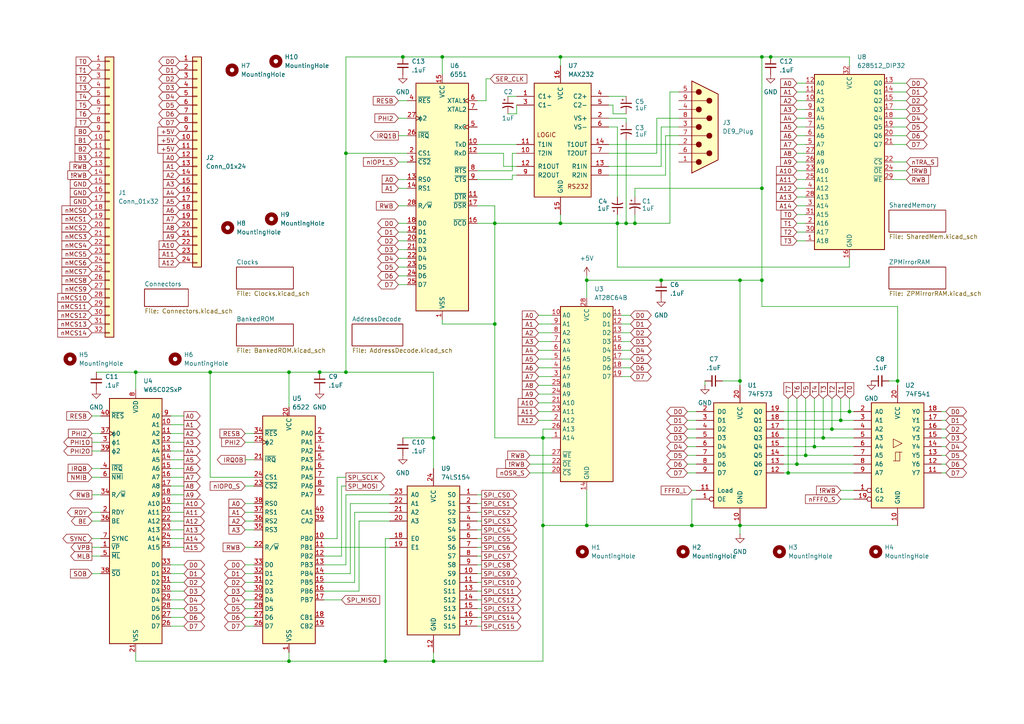
<source format=kicad_sch>
(kicad_sch (version 20231120) (generator "eeschema") (generator_version "8.0")
  (paper "A4")
  (junction (at 243.84 121.92))
  (junction (at 83.82 191.77))
  (junction (at 92.71 107.95))
  (junction (at 238.76 127))
  (junction (at 60.96 107.95))
  (junction (at 83.82 107.95))
  (junction (at 179.07 64.77))
  (junction (at 162.56 64.77))
  (junction (at 157.48 127))
  (junction (at 116.84 16.51))
  (junction (at 100.33 107.95))
  (junction (at 170.18 152.4))
  (junction (at 236.22 129.54))
  (junction (at 233.68 132.08))
  (junction (at 143.51 64.77))
  (junction (at 143.51 93.98))
  (junction (at 157.48 152.4))
  (junction (at 125.73 127))
  (junction (at 128.27 16.51))
  (junction (at 100.33 44.45))
  (junction (at 231.14 134.62))
  (junction (at 162.56 16.51))
  (junction (at 191.77 81.28))
  (junction (at 214.63 81.28))
  (junction (at 181.61 64.77))
  (junction (at 200.66 152.4))
  (junction (at 125.73 191.77))
  (junction (at 228.6 137.16))
  (junction (at 184.15 64.77))
  (junction (at 241.3 124.46))
  (junction (at 170.18 81.28))
  (junction (at 214.63 152.4))
  (junction (at 220.98 81.28))
  (junction (at 246.38 119.38))
  (junction (at 260.35 110.49))
  (junction (at 220.98 16.51))
  (junction (at 39.37 107.95))
  (junction (at 111.76 191.77))
  (junction (at 214.63 110.49))
  (junction (at 220.98 54.61))
  (junction (at 223.52 16.51))
  (wire (pts (xy 100.33 143.51) (xy 100.33 163.83)))
  (wire (pts (xy 177.8 30.48) (xy 177.8 33.02)))
  (wire (pts (xy 53.34 140.97) (xy 49.53 140.97)))
  (wire (pts (xy 115.57 69.85) (xy 118.11 69.85)))
  (wire (pts (xy 193.04 39.37) (xy 193.04 50.8)))
  (wire (pts (xy 71.12 158.75) (xy 73.66 158.75)))
  (wire (pts (xy 71.12 153.67) (xy 73.66 153.67)))
  (wire (pts (xy 26.67 125.73) (xy 29.21 125.73)))
  (wire (pts (xy 115.57 46.99) (xy 118.11 46.99)))
  (wire (pts (xy 231.14 39.37) (xy 233.68 39.37)))
  (wire (pts (xy 115.57 80.01) (xy 118.11 80.01)))
  (wire (pts (xy 71.12 166.37) (xy 73.66 166.37)))
  (wire (pts (xy 181.61 40.64) (xy 181.61 64.77)))
  (wire (pts (xy 83.82 191.77) (xy 111.76 191.77)))
  (wire (pts (xy 49.53 158.75) (xy 53.34 158.75)))
  (wire (pts (xy 231.14 29.21) (xy 233.68 29.21)))
  (wire (pts (xy 153.67 134.62) (xy 160.02 134.62)))
  (wire (pts (xy 100.33 16.51) (xy 116.84 16.51)))
  (wire (pts (xy 262.89 49.53) (xy 259.08 49.53)))
  (wire (pts (xy 71.12 140.97) (xy 73.66 140.97)))
  (wire (pts (xy 191.77 36.83) (xy 191.77 48.26)))
  (wire (pts (xy 157.48 124.46) (xy 160.02 124.46)))
  (wire (pts (xy 260.35 88.9) (xy 260.35 110.49)))
  (wire (pts (xy 138.43 41.91) (xy 149.86 41.91)))
  (wire (pts (xy 138.43 49.53) (xy 148.59 49.53)))
  (wire (pts (xy 262.89 46.99) (xy 259.08 46.99)))
  (wire (pts (xy 214.63 154.94) (xy 214.63 152.4)))
  (wire (pts (xy 176.53 27.94) (xy 181.61 27.94)))
  (wire (pts (xy 262.89 52.07) (xy 259.08 52.07)))
  (wire (pts (xy 99.06 140.97) (xy 99.06 161.29)))
  (wire (pts (xy 138.43 64.77) (xy 143.51 64.77)))
  (wire (pts (xy 156.21 99.06) (xy 160.02 99.06)))
  (wire (pts (xy 26.67 138.43) (xy 29.21 138.43)))
  (wire (pts (xy 162.56 16.51) (xy 220.98 16.51)))
  (wire (pts (xy 143.51 64.77) (xy 162.56 64.77)))
  (wire (pts (xy 231.14 62.23) (xy 233.68 62.23)))
  (wire (pts (xy 104.14 171.45) (xy 104.14 151.13)))
  (wire (pts (xy 262.89 39.37) (xy 259.08 39.37)))
  (wire (pts (xy 246.38 119.38) (xy 247.65 119.38)))
  (wire (pts (xy 236.22 115.57) (xy 236.22 129.54)))
  (wire (pts (xy 53.34 135.89) (xy 49.53 135.89)))
  (wire (pts (xy 125.73 135.89) (xy 125.73 127)))
  (wire (pts (xy 153.67 137.16) (xy 160.02 137.16)))
  (wire (pts (xy 196.85 26.67) (xy 194.31 26.67)))
  (wire (pts (xy 53.34 151.13) (xy 49.53 151.13)))
  (wire (pts (xy 231.14 59.69) (xy 233.68 59.69)))
  (wire (pts (xy 223.52 16.51) (xy 220.98 16.51)))
  (wire (pts (xy 191.77 81.28) (xy 214.63 81.28)))
  (wire (pts (xy 231.14 69.85) (xy 233.68 69.85)))
  (wire (pts (xy 97.79 138.43) (xy 97.79 156.21)))
  (wire (pts (xy 227.33 137.16) (xy 228.6 137.16)))
  (wire (pts (xy 231.14 54.61) (xy 233.68 54.61)))
  (wire (pts (xy 274.32 121.92) (xy 273.05 121.92)))
  (wire (pts (xy 49.53 166.37) (xy 53.34 166.37)))
  (wire (pts (xy 102.87 148.59) (xy 102.87 168.91)))
  (wire (pts (xy 262.89 36.83) (xy 259.08 36.83)))
  (wire (pts (xy 71.12 146.05) (xy 73.66 146.05)))
  (wire (pts (xy 53.34 138.43) (xy 49.53 138.43)))
  (wire (pts (xy 26.67 166.37) (xy 29.21 166.37)))
  (wire (pts (xy 274.32 137.16) (xy 273.05 137.16)))
  (wire (pts (xy 138.43 176.53) (xy 139.7 176.53)))
  (wire (pts (xy 26.67 151.13) (xy 29.21 151.13)))
  (wire (pts (xy 274.32 124.46) (xy 273.05 124.46)))
  (wire (pts (xy 26.67 135.89) (xy 29.21 135.89)))
  (wire (pts (xy 238.76 127) (xy 247.65 127)))
  (wire (pts (xy 157.48 127) (xy 157.48 152.4)))
  (wire (pts (xy 241.3 115.57) (xy 241.3 124.46)))
  (wire (pts (xy 170.18 152.4) (xy 200.66 152.4)))
  (wire (pts (xy 71.12 173.99) (xy 73.66 173.99)))
  (wire (pts (xy 128.27 16.51) (xy 128.27 21.59)))
  (wire (pts (xy 156.21 119.38) (xy 160.02 119.38)))
  (wire (pts (xy 92.71 107.95) (xy 100.33 107.95)))
  (wire (pts (xy 49.53 179.07) (xy 53.34 179.07)))
  (wire (pts (xy 162.56 64.77) (xy 179.07 64.77)))
  (wire (pts (xy 147.32 27.94) (xy 149.86 27.94)))
  (wire (pts (xy 115.57 74.93) (xy 118.11 74.93)))
  (wire (pts (xy 116.84 16.51) (xy 128.27 16.51)))
  (wire (pts (xy 227.33 121.92) (xy 243.84 121.92)))
  (wire (pts (xy 39.37 191.77) (xy 83.82 191.77)))
  (wire (pts (xy 170.18 81.28) (xy 170.18 86.36)))
  (wire (pts (xy 182.88 104.14) (xy 180.34 104.14)))
  (wire (pts (xy 199.39 127) (xy 201.93 127)))
  (wire (pts (xy 262.89 29.21) (xy 259.08 29.21)))
  (wire (pts (xy 262.89 34.29) (xy 259.08 34.29)))
  (wire (pts (xy 177.8 33.02) (xy 181.61 33.02)))
  (wire (pts (xy 182.88 106.68) (xy 180.34 106.68)))
  (wire (pts (xy 138.43 181.61) (xy 139.7 181.61)))
  (wire (pts (xy 156.21 101.6) (xy 160.02 101.6)))
  (wire (pts (xy 115.57 39.37) (xy 118.11 39.37)))
  (wire (pts (xy 71.12 181.61) (xy 73.66 181.61)))
  (wire (pts (xy 138.43 148.59) (xy 139.7 148.59)))
  (wire (pts (xy 238.76 115.57) (xy 238.76 127)))
  (wire (pts (xy 156.21 93.98) (xy 160.02 93.98)))
  (wire (pts (xy 156.21 96.52) (xy 160.02 96.52)))
  (wire (pts (xy 179.07 62.23) (xy 179.07 64.77)))
  (wire (pts (xy 53.34 123.19) (xy 49.53 123.19)))
  (wire (pts (xy 138.43 153.67) (xy 139.7 153.67)))
  (wire (pts (xy 199.39 124.46) (xy 201.93 124.46)))
  (wire (pts (xy 71.12 133.35) (xy 73.66 133.35)))
  (wire (pts (xy 170.18 142.24) (xy 170.18 152.4)))
  (wire (pts (xy 214.63 110.49) (xy 214.63 111.76)))
  (wire (pts (xy 53.34 146.05) (xy 49.53 146.05)))
  (wire (pts (xy 199.39 132.08) (xy 201.93 132.08)))
  (wire (pts (xy 200.66 142.24) (xy 201.93 142.24)))
  (wire (pts (xy 138.43 173.99) (xy 139.7 173.99)))
  (wire (pts (xy 93.98 163.83) (xy 100.33 163.83)))
  (wire (pts (xy 138.43 166.37) (xy 139.7 166.37)))
  (wire (pts (xy 149.86 33.02) (xy 147.32 33.02)))
  (wire (pts (xy 138.43 52.07) (xy 148.59 52.07)))
  (wire (pts (xy 231.14 115.57) (xy 231.14 134.62)))
  (wire (pts (xy 53.34 143.51) (xy 49.53 143.51)))
  (wire (pts (xy 128.27 92.71) (xy 128.27 93.98)))
  (wire (pts (xy 115.57 59.69) (xy 118.11 59.69)))
  (wire (pts (xy 71.12 168.91) (xy 73.66 168.91)))
  (wire (pts (xy 71.12 163.83) (xy 73.66 163.83)))
  (wire (pts (xy 220.98 88.9) (xy 220.98 81.28)))
  (wire (pts (xy 274.32 127) (xy 273.05 127)))
  (wire (pts (xy 184.15 64.77) (xy 194.31 64.77)))
  (wire (pts (xy 227.33 129.54) (xy 236.22 129.54)))
  (wire (pts (xy 194.31 26.67) (xy 194.31 64.77)))
  (wire (pts (xy 116.84 127) (xy 125.73 127)))
  (wire (pts (xy 170.18 81.28) (xy 191.77 81.28)))
  (wire (pts (xy 182.88 99.06) (xy 180.34 99.06)))
  (wire (pts (xy 157.48 124.46) (xy 157.48 127)))
  (wire (pts (xy 182.88 93.98) (xy 180.34 93.98)))
  (wire (pts (xy 138.43 29.21) (xy 140.97 29.21)))
  (wire (pts (xy 138.43 168.91) (xy 139.7 168.91)))
  (wire (pts (xy 138.43 151.13) (xy 139.7 151.13)))
  (wire (pts (xy 227.33 127) (xy 238.76 127)))
  (wire (pts (xy 196.85 39.37) (xy 193.04 39.37)))
  (wire (pts (xy 49.53 181.61) (xy 53.34 181.61)))
  (wire (pts (xy 274.32 119.38) (xy 273.05 119.38)))
  (wire (pts (xy 148.59 44.45) (xy 149.86 44.45)))
  (wire (pts (xy 231.14 64.77) (xy 233.68 64.77)))
  (wire (pts (xy 156.21 91.44) (xy 160.02 91.44)))
  (wire (pts (xy 125.73 189.23) (xy 125.73 191.77)))
  (wire (pts (xy 231.14 36.83) (xy 233.68 36.83)))
  (wire (pts (xy 231.14 57.15) (xy 233.68 57.15)))
  (wire (pts (xy 156.21 111.76) (xy 160.02 111.76)))
  (wire (pts (xy 177.8 30.48) (xy 176.53 30.48)))
  (wire (pts (xy 170.18 80.01) (xy 170.18 81.28)))
  (wire (pts (xy 97.79 156.21) (xy 93.98 156.21)))
  (wire (pts (xy 148.59 50.8) (xy 149.86 50.8)))
  (wire (pts (xy 247.65 144.78) (xy 243.84 144.78)))
  (wire (pts (xy 101.6 146.05) (xy 113.03 146.05)))
  (wire (pts (xy 39.37 113.03) (xy 39.37 107.95)))
  (wire (pts (xy 262.89 41.91) (xy 259.08 41.91)))
  (wire (pts (xy 26.67 130.81) (xy 29.21 130.81)))
  (wire (pts (xy 26.67 158.75) (xy 29.21 158.75)))
  (wire (pts (xy 196.85 36.83) (xy 191.77 36.83)))
  (wire (pts (xy 71.12 179.07) (xy 73.66 179.07)))
  (wire (pts (xy 204.47 110.49) (xy 204.47 111.76)))
  (wire (pts (xy 149.86 30.48) (xy 149.86 33.02)))
  (wire (pts (xy 115.57 77.47) (xy 118.11 77.47)))
  (wire (pts (xy 113.03 148.59) (xy 102.87 148.59)))
  (wire (pts (xy 113.03 156.21) (xy 111.76 156.21)))
  (wire (pts (xy 128.27 93.98) (xy 143.51 93.98)))
  (wire (pts (xy 246.38 16.51) (xy 223.52 16.51)))
  (wire (pts (xy 140.97 29.21) (xy 140.97 22.86)))
  (wire (pts (xy 99.06 161.29) (xy 93.98 161.29)))
  (wire (pts (xy 125.73 107.95) (xy 100.33 107.95)))
  (wire (pts (xy 227.33 119.38) (xy 246.38 119.38)))
  (wire (pts (xy 111.76 156.21) (xy 111.76 191.77)))
  (wire (pts (xy 262.89 26.67) (xy 259.08 26.67)))
  (wire (pts (xy 53.34 120.65) (xy 49.53 120.65)))
  (wire (pts (xy 179.07 77.47) (xy 179.07 64.77)))
  (wire (pts (xy 181.61 34.29) (xy 176.53 34.29)))
  (wire (pts (xy 220.98 16.51) (xy 220.98 54.61)))
  (wire (pts (xy 227.33 134.62) (xy 231.14 134.62)))
  (wire (pts (xy 49.53 176.53) (xy 53.34 176.53)))
  (wire (pts (xy 227.33 132.08) (xy 233.68 132.08)))
  (wire (pts (xy 138.43 44.45) (xy 146.05 44.45)))
  (wire (pts (xy 138.43 143.51) (xy 139.7 143.51)))
  (wire (pts (xy 140.97 22.86) (xy 142.24 22.86)))
  (wire (pts (xy 53.34 156.21) (xy 49.53 156.21)))
  (wire (pts (xy 228.6 115.57) (xy 228.6 137.16)))
  (wire (pts (xy 49.53 168.91) (xy 53.34 168.91)))
  (wire (pts (xy 100.33 44.45) (xy 100.33 16.51)))
  (wire (pts (xy 262.89 31.75) (xy 259.08 31.75)))
  (wire (pts (xy 148.59 52.07) (xy 148.59 50.8)))
  (wire (pts (xy 146.05 44.45) (xy 146.05 48.26)))
  (wire (pts (xy 93.98 171.45) (xy 104.14 171.45)))
  (wire (pts (xy 182.88 101.6) (xy 180.34 101.6)))
  (wire (pts (xy 146.05 48.26) (xy 149.86 48.26)))
  (wire (pts (xy 39.37 189.23) (xy 39.37 191.77)))
  (wire (pts (xy 53.34 125.73) (xy 49.53 125.73)))
  (wire (pts (xy 176.53 41.91) (xy 196.85 41.91)))
  (wire (pts (xy 231.14 52.07) (xy 233.68 52.07)))
  (wire (pts (xy 53.34 128.27) (xy 49.53 128.27)))
  (wire (pts (xy 125.73 127) (xy 125.73 107.95)))
  (wire (pts (xy 231.14 67.31) (xy 233.68 67.31)))
  (wire (pts (xy 156.21 109.22) (xy 160.02 109.22)))
  (wire (pts (xy 214.63 81.28) (xy 220.98 81.28)))
  (wire (pts (xy 143.51 59.69) (xy 143.51 64.77)))
  (wire (pts (xy 220.98 88.9) (xy 260.35 88.9)))
  (wire (pts (xy 100.33 44.45) (xy 118.11 44.45)))
  (wire (pts (xy 231.14 41.91) (xy 233.68 41.91)))
  (wire (pts (xy 231.14 31.75) (xy 233.68 31.75)))
  (wire (pts (xy 125.73 191.77) (xy 157.48 191.77)))
  (wire (pts (xy 26.67 148.59) (xy 29.21 148.59)))
  (wire (pts (xy 246.38 19.05) (xy 246.38 16.51)))
  (wire (pts (xy 157.48 127) (xy 160.02 127)))
  (wire (pts (xy 179.07 64.77) (xy 181.61 64.77)))
  (wire (pts (xy 220.98 54.61) (xy 220.98 81.28)))
  (wire (pts (xy 231.14 26.67) (xy 233.68 26.67)))
  (wire (pts (xy 231.14 46.99) (xy 233.68 46.99)))
  (wire (pts (xy 200.66 152.4) (xy 214.63 152.4)))
  (wire (pts (xy 227.33 124.46) (xy 241.3 124.46)))
  (wire (pts (xy 231.14 134.62) (xy 247.65 134.62)))
  (wire (pts (xy 143.51 64.77) (xy 143.51 93.98)))
  (wire (pts (xy 104.14 151.13) (xy 113.03 151.13)))
  (wire (pts (xy 83.82 107.95) (xy 83.82 118.11)))
  (wire (pts (xy 71.12 151.13) (xy 73.66 151.13)))
  (wire (pts (xy 26.67 156.21) (xy 29.21 156.21)))
  (wire (pts (xy 233.68 115.57) (xy 233.68 132.08)))
  (wire (pts (xy 214.63 81.28) (xy 214.63 110.49)))
  (wire (pts (xy 115.57 64.77) (xy 118.11 64.77)))
  (wire (pts (xy 156.21 116.84) (xy 160.02 116.84)))
  (wire (pts (xy 184.15 54.61) (xy 184.15 57.15)))
  (wire (pts (xy 73.66 138.43) (xy 60.96 138.43)))
  (wire (pts (xy 115.57 67.31) (xy 118.11 67.31)))
  (wire (pts (xy 184.15 54.61) (xy 220.98 54.61)))
  (wire (pts (xy 274.32 132.08) (xy 273.05 132.08)))
  (wire (pts (xy 128.27 16.51) (xy 162.56 16.51)))
  (wire (pts (xy 71.12 176.53) (xy 73.66 176.53)))
  (wire (pts (xy 182.88 91.44) (xy 180.34 91.44)))
  (wire (pts (xy 156.21 104.14) (xy 160.02 104.14)))
  (wire (pts (xy 60.96 107.95) (xy 83.82 107.95)))
  (wire (pts (xy 246.38 115.57) (xy 246.38 119.38)))
  (wire (pts (xy 113.03 143.51) (xy 100.33 143.51)))
  (wire (pts (xy 156.21 114.3) (xy 160.02 114.3)))
  (wire (pts (xy 231.14 44.45) (xy 233.68 44.45)))
  (wire (pts (xy 138.43 163.83) (xy 139.7 163.83)))
  (wire (pts (xy 115.57 34.29) (xy 118.11 34.29)))
  (wire (pts (xy 71.12 148.59) (xy 73.66 148.59)))
  (wire (pts (xy 214.63 152.4) (xy 260.35 152.4)))
  (wire (pts (xy 243.84 121.92) (xy 247.65 121.92)))
  (wire (pts (xy 93.98 166.37) (xy 101.6 166.37)))
  (wire (pts (xy 100.33 140.97) (xy 99.06 140.97)))
  (wire (pts (xy 100.33 138.43) (xy 97.79 138.43)))
  (wire (pts (xy 199.39 121.92) (xy 201.93 121.92)))
  (wire (pts (xy 26.67 143.51) (xy 29.21 143.51)))
  (wire (pts (xy 148.59 49.53) (xy 148.59 44.45)))
  (wire (pts (xy 53.34 148.59) (xy 49.53 148.59)))
  (wire (pts (xy 196.85 34.29) (xy 190.5 34.29)))
  (wire (pts (xy 143.51 127) (xy 157.48 127)))
  (wire (pts (xy 162.56 62.23) (xy 162.56 64.77)))
  (wire (pts (xy 228.6 137.16) (xy 247.65 137.16)))
  (wire (pts (xy 241.3 124.46) (xy 247.65 124.46)))
  (wire (pts (xy 26.67 161.29) (xy 29.21 161.29)))
  (wire (pts (xy 176.53 44.45) (xy 190.5 44.45)))
  (wire (pts (xy 199.39 134.62) (xy 201.93 134.62)))
  (wire (pts (xy 71.12 171.45) (xy 73.66 171.45)))
  (wire (pts (xy 153.67 132.08) (xy 160.02 132.08)))
  (wire (pts (xy 209.55 110.49) (xy 214.63 110.49)))
  (wire (pts (xy 53.34 153.67) (xy 49.53 153.67)))
  (wire (pts (xy 115.57 82.55) (xy 118.11 82.55)))
  (wire (pts (xy 182.88 96.52) (xy 180.34 96.52)))
  (wire (pts (xy 260.35 110.49) (xy 260.35 111.76)))
  (wire (pts (xy 115.57 54.61) (xy 118.11 54.61)))
  (wire (pts (xy 156.21 121.92) (xy 160.02 121.92)))
  (wire (pts (xy 179.07 36.83) (xy 179.07 57.15)))
  (wire (pts (xy 49.53 163.83) (xy 53.34 163.83)))
  (wire (pts (xy 138.43 156.21) (xy 139.7 156.21)))
  (wire (pts (xy 93.98 158.75) (xy 113.03 158.75)))
  (wire (pts (xy 156.21 106.68) (xy 160.02 106.68)))
  (wire (pts (xy 181.61 64.77) (xy 184.15 64.77)))
  (wire (pts (xy 138.43 161.29) (xy 139.7 161.29)))
  (wire (pts (xy 246.38 77.47) (xy 179.07 77.47)))
  (wire (pts (xy 236.22 129.54) (xy 247.65 129.54)))
  (wire (pts (xy 157.48 152.4) (xy 170.18 152.4)))
  (wire (pts (xy 53.34 130.81) (xy 49.53 130.81)))
  (wire (pts (xy 274.32 129.54) (xy 273.05 129.54)))
  (wire (pts (xy 243.84 142.24) (xy 247.65 142.24)))
  (wire (pts (xy 199.39 119.38) (xy 201.93 119.38)))
  (wire (pts (xy 49.53 171.45) (xy 53.34 171.45)))
  (wire (pts (xy 115.57 72.39) (xy 118.11 72.39)))
  (wire (pts (xy 115.57 29.21) (xy 118.11 29.21)))
  (wire (pts (xy 27.94 107.95) (xy 39.37 107.95)))
  (wire (pts (xy 26.67 120.65) (xy 29.21 120.65)))
  (wire (pts (xy 83.82 189.23) (xy 83.82 191.77)))
  (wire (pts (xy 100.33 107.95) (xy 100.33 44.45)))
  (wire (pts (xy 138.43 146.05) (xy 139.7 146.05)))
  (wire (pts (xy 274.32 134.62) (xy 273.05 134.62)))
  (wire (pts (xy 143.51 127) (xy 143.51 93.98)))
  (wire (pts (xy 176.53 50.8) (xy 193.04 50.8)))
  (wire (pts (xy 243.84 115.57) (xy 243.84 121.92)))
  (wire (pts (xy 257.81 110.49) (xy 260.35 110.49)))
  (wire (pts (xy 138.43 171.45) (xy 139.7 171.45)))
  (wire (pts (xy 231.14 49.53) (xy 233.68 49.53)))
  (wire (pts (xy 176.53 48.26) (xy 191.77 48.26)))
  (wire (pts (xy 162.56 16.51) (xy 162.56 19.05)))
  (wire (pts (xy 26.67 128.27) (xy 29.21 128.27)))
  (wire (pts (xy 83.82 107.95) (xy 92.71 107.95)))
  (wire (pts (xy 115.57 52.07) (xy 118.11 52.07)))
  (wire (pts (xy 233.68 132.08) (xy 247.65 132.08)))
  (wire (pts (xy 176.53 36.83) (xy 179.07 36.83)))
  (wire (pts (xy 71.12 128.27) (xy 73.66 128.27)))
  (wire (pts (xy 157.48 191.77) (xy 157.48 152.4)))
  (wire (pts (xy 93.98 168.91) (xy 102.87 168.91)))
  (wire (pts (xy 201.93 144.78) (xy 200.66 144.78)))
  (wire (pts (xy 138.43 59.69) (xy 143.51 59.69)))
  (wire (pts (xy 71.12 125.73) (xy 73.66 125.73)))
  (wire (pts (xy 182.88 109.22) (xy 180.34 109.22)))
  (wire (pts (xy 99.06 173.99) (xy 93.98 173.99)))
  (wire (pts (xy 190.5 34.29) (xy 190.5 44.45)))
  (wire (pts (xy 262.89 24.13) (xy 259.08 24.13)))
  (wire (pts (xy 184.15 62.23) (xy 184.15 64.77)))
  (wire (pts (xy 60.96 138.43) (xy 60.96 107.95)))
  (wire (pts (xy 199.39 129.54) (xy 201.93 129.54)))
  (wire (pts (xy 138.43 158.75) (xy 139.7 158.75)))
  (wire (pts (xy 53.34 133.35) (xy 49.53 133.35)))
  (wire (pts (xy 199.39 137.16) (xy 201.93 137.16)))
  (wire (pts (xy 39.37 107.95) (xy 60.96 107.95)))
  (wire (pts (xy 231.14 24.13) (xy 233.68 24.13)))
  (wire (pts (xy 181.61 35.56) (xy 181.61 34.29)))
  (wire (pts (xy 49.53 173.99) (xy 53.34 173.99)))
  (wire (pts (xy 101.6 166.37) (xy 101.6 146.05)))
  (wire (pts (xy 231.14 34.29) (xy 233.68 34.29)))
  (wire (pts (xy 200.66 144.78) (xy 200.66 152.4)))
  (wire (pts (xy 111.76 191.77) (xy 125.73 191.77)))
  (wire (pts (xy 138.43 179.07) (xy 139.7 179.07)))
  (wire (pts (xy 246.38 74.93) (xy 246.38 77.47)))
  (global_label "D3" (shape tri_state) (at 71.12 171.45 180) (property "Intersheetrefs" "${INTERSHEET_REFS}" (effects (hide yes))))
  (global_label "A11" (shape input) (at 52.07 73.66 180) (property "Intersheetrefs" "${INTERSHEET_REFS}" (effects (hide yes))))
  (global_label "D1" (shape tri_state) (at 52.07 20.32 180) (property "Intersheetrefs" "${INTERSHEET_REFS}" (effects (hide yes))))
  (global_label "A8" (shape input) (at 52.07 66.04 180) (property "Intersheetrefs" "${INTERSHEET_REFS}" (effects (hide yes))))
  (global_label "A10" (shape input) (at 156.21 116.84 180) (property "Intersheetrefs" "${INTERSHEET_REFS}" (effects (hide yes))))
  (global_label "D7" (shape tri_state) (at 199.39 137.16 180) (property "Intersheetrefs" "${INTERSHEET_REFS}" (effects (hide yes))))
  (global_label "VPB" (shape output) (at 26.67 158.75 180) (property "Intersheetrefs" "${INTERSHEET_REFS}" (effects (hide yes))))
  (global_label "A2" (shape input) (at 231.14 29.21 180) (property "Intersheetrefs" "${INTERSHEET_REFS}" (effects (hide yes))))
  (global_label "PHI2O" (shape output) (at 26.67 130.81 180) (property "Intersheetrefs" "${INTERSHEET_REFS}" (effects (hide yes))))
  (global_label "A0" (shape input) (at 115.57 52.07 180) (property "Intersheetrefs" "${INTERSHEET_REFS}" (effects (hide yes))))
  (global_label "GND" (shape input) (at 26.67 58.42 180) (property "Intersheetrefs" "${INTERSHEET_REFS}" (effects (hide yes))))
  (global_label "SPI_CS15" (shape output) (at 139.7 181.61 0) (property "Intersheetrefs" "${INTERSHEET_REFS}" (effects (hide yes))))
  (global_label "A0" (shape input) (at 71.12 146.05 180) (property "Intersheetrefs" "${INTERSHEET_REFS}" (effects (hide yes))))
  (global_label "A9" (shape input) (at 156.21 114.3 180) (property "Intersheetrefs" "${INTERSHEET_REFS}" (effects (hide yes))))
  (global_label "SPI_CS7" (shape output) (at 139.7 161.29 0) (property "Intersheetrefs" "${INTERSHEET_REFS}" (effects (hide yes))))
  (global_label "RWB" (shape input) (at 262.89 52.07 0) (property "Intersheetrefs" "${INTERSHEET_REFS}" (effects (hide yes))))
  (global_label "T0" (shape input) (at 231.14 62.23 180) (property "Intersheetrefs" "${INTERSHEET_REFS}" (effects (hide yes))))
  (global_label "D0" (shape tri_state) (at 71.12 163.83 180) (property "Intersheetrefs" "${INTERSHEET_REFS}" (effects (hide yes))))
  (global_label "T5" (shape input) (at 26.67 30.48 180) (property "Intersheetrefs" "${INTERSHEET_REFS}" (effects (hide yes))))
  (global_label "A4" (shape output) (at 53.34 130.81 0) (property "Intersheetrefs" "${INTERSHEET_REFS}" (effects (hide yes))))
  (global_label "A2" (shape input) (at 71.12 151.13 180) (property "Intersheetrefs" "${INTERSHEET_REFS}" (effects (hide yes))))
  (global_label "A1" (shape input) (at 115.57 54.61 180) (property "Intersheetrefs" "${INTERSHEET_REFS}" (effects (hide yes))))
  (global_label "nMCS11" (shape input) (at 26.67 88.9 180) (property "Intersheetrefs" "${INTERSHEET_REFS}" (effects (hide yes))))
  (global_label "D4" (shape tri_state) (at 182.88 101.6 0) (property "Intersheetrefs" "${INTERSHEET_REFS}" (effects (hide yes))))
  (global_label "A10" (shape output) (at 53.34 146.05 0) (property "Intersheetrefs" "${INTERSHEET_REFS}" (effects (hide yes))))
  (global_label "T3" (shape input) (at 231.14 69.85 180) (property "Intersheetrefs" "${INTERSHEET_REFS}" (effects (hide yes))))
  (global_label "RWB" (shape input) (at 26.67 48.26 180) (property "Intersheetrefs" "${INTERSHEET_REFS}" (effects (hide yes))))
  (global_label "D1" (shape tri_state) (at 182.88 93.98 0) (property "Intersheetrefs" "${INTERSHEET_REFS}" (effects (hide yes))))
  (global_label "A3" (shape output) (at 53.34 128.27 0) (property "Intersheetrefs" "${INTERSHEET_REFS}" (effects (hide yes))))
  (global_label "A1" (shape input) (at 52.07 48.26 180) (property "Intersheetrefs" "${INTERSHEET_REFS}" (effects (hide yes))))
  (global_label "A5" (shape input) (at 156.21 104.14 180) (property "Intersheetrefs" "${INTERSHEET_REFS}" (effects (hide yes))))
  (global_label "A11" (shape input) (at 231.14 52.07 180) (property "Intersheetrefs" "${INTERSHEET_REFS}" (effects (hide yes))))
  (global_label "A0" (shape input) (at 156.21 91.44 180) (property "Intersheetrefs" "${INTERSHEET_REFS}" (effects (hide yes))))
  (global_label "SPI_CS13" (shape output) (at 139.7 176.53 0) (property "Intersheetrefs" "${INTERSHEET_REFS}" (effects (hide yes))))
  (global_label "SPI_CS0" (shape output) (at 139.7 143.51 0) (property "Intersheetrefs" "${INTERSHEET_REFS}" (effects (hide yes))))
  (global_label "nOSR_S" (shape input) (at 153.67 137.16 180) (property "Intersheetrefs" "${INTERSHEET_REFS}" (effects (hide yes))))
  (global_label "T1" (shape input) (at 243.84 115.57 90) (property "Intersheetrefs" "${INTERSHEET_REFS}" (effects (hide yes))))
  (global_label "!RWB" (shape input) (at 26.67 50.8 180) (property "Intersheetrefs" "${INTERSHEET_REFS}" (effects (hide yes))))
  (global_label "A6" (shape input) (at 156.21 106.68 180) (property "Intersheetrefs" "${INTERSHEET_REFS}" (effects (hide yes))))
  (global_label "D0" (shape tri_state) (at 52.07 17.78 180) (property "Intersheetrefs" "${INTERSHEET_REFS}" (effects (hide yes))))
  (global_label "A12" (shape output) (at 53.34 151.13 0) (property "Intersheetrefs" "${INTERSHEET_REFS}" (effects (hide yes))))
  (global_label "D7" (shape tri_state) (at 262.89 41.91 0) (property "Intersheetrefs" "${INTERSHEET_REFS}" (effects (hide yes))))
  (global_label "B1" (shape input) (at 26.67 40.64 180) (property "Intersheetrefs" "${INTERSHEET_REFS}" (effects (hide yes))))
  (global_label "D1" (shape tri_state) (at 199.39 121.92 180) (property "Intersheetrefs" "${INTERSHEET_REFS}" (effects (hide yes))))
  (global_label "RWB" (shape input) (at 115.57 59.69 180) (property "Intersheetrefs" "${INTERSHEET_REFS}" (effects (hide yes))))
  (global_label "SPI_CS10" (shape output) (at 139.7 168.91 0) (property "Intersheetrefs" "${INTERSHEET_REFS}" (effects (hide yes))))
  (global_label "SPI_CS11" (shape output) (at 139.7 171.45 0) (property "Intersheetrefs" "${INTERSHEET_REFS}" (effects (hide yes))))
  (global_label "A11" (shape input) (at 156.21 119.38 180) (property "Intersheetrefs" "${INTERSHEET_REFS}" (effects (hide yes))))
  (global_label "D2" (shape tri_state) (at 71.12 168.91 180) (property "Intersheetrefs" "${INTERSHEET_REFS}" (effects (hide yes))))
  (global_label "SPI_CS9" (shape output) (at 139.7 166.37 0) (property "Intersheetrefs" "${INTERSHEET_REFS}" (effects (hide yes))))
  (global_label "D2" (shape tri_state) (at 182.88 96.52 0) (property "Intersheetrefs" "${INTERSHEET_REFS}" (effects (hide yes))))
  (global_label "D6" (shape tri_state) (at 182.88 106.68 0) (property "Intersheetrefs" "${INTERSHEET_REFS}" (effects (hide yes))))
  (global_label "A5" (shape output) (at 53.34 133.35 0) (property "Intersheetrefs" "${INTERSHEET_REFS}" (effects (hide yes))))
  (global_label "D7" (shape tri_state) (at 274.32 137.16 0) (property "Intersheetrefs" "${INTERSHEET_REFS}" (effects (hide yes))))
  (global_label "D0" (shape tri_state) (at 274.32 119.38 0) (property "Intersheetrefs" "${INTERSHEET_REFS}" (effects (hide yes))))
  (global_label "A4" (shape input) (at 52.07 55.88 180) (property "Intersheetrefs" "${INTERSHEET_REFS}" (effects (hide yes))))
  (global_label "D5" (shape tri_state) (at 182.88 104.14 0) (property "Intersheetrefs" "${INTERSHEET_REFS}" (effects (hide yes))))
  (global_label "T3" (shape input) (at 26.67 25.4 180) (property "Intersheetrefs" "${INTERSHEET_REFS}" (effects (hide yes))))
  (global_label "SPI_CS12" (shape output) (at 139.7 173.99 0) (property "Intersheetrefs" "${INTERSHEET_REFS}" (effects (hide yes))))
  (global_label "A13" (shape input) (at 231.14 57.15 180) (property "Intersheetrefs" "${INTERSHEET_REFS}" (effects (hide yes))))
  (global_label "D1" (shape tri_state) (at 53.34 166.37 0) (property "Intersheetrefs" "${INTERSHEET_REFS}" (effects (hide yes))))
  (global_label "D4" (shape tri_state) (at 52.07 27.94 180) (property "Intersheetrefs" "${INTERSHEET_REFS}" (effects (hide yes))))
  (global_label "SPI_MISO" (shape input) (at 99.06 173.99 0) (property "Intersheetrefs" "${INTERSHEET_REFS}" (effects (hide yes))))
  (global_label "A5" (shape input) (at 231.14 36.83 180) (property "Intersheetrefs" "${INTERSHEET_REFS}" (effects (hide yes))))
  (global_label "A6" (shape input) (at 52.07 60.96 180) (property "Intersheetrefs" "${INTERSHEET_REFS}" (effects (hide yes))))
  (global_label "SPI_CS5" (shape output) (at 139.7 156.21 0) (property "Intersheetrefs" "${INTERSHEET_REFS}" (effects (hide yes))))
  (global_label "RWB" (shape input) (at 153.67 132.08 180) (property "Intersheetrefs" "${INTERSHEET_REFS}" (effects (hide yes))))
  (global_label "T0" (shape input) (at 26.67 17.78 180) (property "Intersheetrefs" "${INTERSHEET_REFS}" (effects (hide yes))))
  (global_label "A11" (shape output) (at 53.34 148.59 0) (property "Intersheetrefs" "${INTERSHEET_REFS}" (effects (hide yes))))
  (global_label "T5" (shape input) (at 233.68 115.57 90) (property "Intersheetrefs" "${INTERSHEET_REFS}" (effects (hide yes))))
  (global_label "FFF0_L" (shape input) (at 200.66 142.24 180) (property "Intersheetrefs" "${INTERSHEET_REFS}" (effects (hide yes))))
  (global_label "SPI_CS3" (shape output) (at 139.7 151.13 0) (property "Intersheetrefs" "${INTERSHEET_REFS}" (effects (hide yes))))
  (global_label "SOB" (shape input) (at 26.67 166.37 180) (property "Intersheetrefs" "${INTERSHEET_REFS}" (effects (hide yes))))
  (global_label "T2" (shape input) (at 241.3 115.57 90) (property "Intersheetrefs" "${INTERSHEET_REFS}" (effects (hide yes))))
  (global_label "T0" (shape input) (at 246.38 115.57 90) (property "Intersheetrefs" "${INTERSHEET_REFS}" (effects (hide yes))))
  (global_label "A6" (shape output) (at 53.34 135.89 0) (property "Intersheetrefs" "${INTERSHEET_REFS}" (effects (hide yes))))
  (global_label "IRQ1B" (shape output) (at 115.57 39.37 180) (property "Intersheetrefs" "${INTERSHEET_REFS}" (effects (hide yes))))
  (global_label "D2" (shape tri_state) (at 199.39 124.46 180) (property "Intersheetrefs" "${INTERSHEET_REFS}" (effects (hide yes))))
  (global_label "SPI_SCLK" (shape output) (at 100.33 138.43 0) (property "Intersheetrefs" "${INTERSHEET_REFS}" (effects (hide yes))))
  (global_label "T4" (shape input) (at 236.22 115.57 90) (property "Intersheetrefs" "${INTERSHEET_REFS}" (effects (hide yes))))
  (global_label "D6" (shape tri_state) (at 115.57 80.01 180) (property "Intersheetrefs" "${INTERSHEET_REFS}" (effects (hide yes))))
  (global_label "D3" (shape tri_state) (at 182.88 99.06 0) (property "Intersheetrefs" "${INTERSHEET_REFS}" (effects (hide yes))))
  (global_label "T6" (shape input) (at 231.14 115.57 90) (property "Intersheetrefs" "${INTERSHEET_REFS}" (effects (hide yes))))
  (global_label "D3" (shape tri_state) (at 115.57 72.39 180) (property "Intersheetrefs" "${INTERSHEET_REFS}" (effects (hide yes))))
  (global_label "A1" (shape input) (at 156.21 93.98 180) (property "Intersheetrefs" "${INTERSHEET_REFS}" (effects (hide yes))))
  (global_label "T2" (shape input) (at 231.14 67.31 180) (property "Intersheetrefs" "${INTERSHEET_REFS}" (effects (hide yes))))
  (global_label "nMCS14" (shape input) (at 26.67 96.52 180) (property "Intersheetrefs" "${INTERSHEET_REFS}" (effects (hide yes))))
  (global_label "nIOP0_S" (shape input) (at 71.12 140.97 180) (property "Intersheetrefs" "${INTERSHEET_REFS}" (effects (hide yes))))
  (global_label "nMCS0" (shape input) (at 26.67 60.96 180) (property "Intersheetrefs" "${INTERSHEET_REFS}" (effects (hide yes))))
  (global_label "A1" (shape output) (at 53.34 123.19 0) (property "Intersheetrefs" "${INTERSHEET_REFS}" (effects (hide yes))))
  (global_label "NMIB" (shape input) (at 26.67 138.43 180) (property "Intersheetrefs" "${INTERSHEET_REFS}" (effects (hide yes))))
  (global_label "!RWB" (shape input) (at 262.89 49.53 0) (property "Intersheetrefs" "${INTERSHEET_REFS}" (effects (hide yes))))
  (global_label "T4" (shape input) (at 26.67 27.94 180) (property "Intersheetrefs" "${INTERSHEET_REFS}" (effects (hide yes))))
  (global_label "nTRA_S" (shape input) (at 262.89 46.99 0) (property "Intersheetrefs" "${INTERSHEET_REFS}" (effects (hide yes))))
  (global_label "A4" (shape input) (at 156.21 101.6 180) (property "Intersheetrefs" "${INTERSHEET_REFS}" (effects (hide yes))))
  (global_label "A0" (shape input) (at 231.14 24.13 180) (property "Intersheetrefs" "${INTERSHEET_REFS}" (effects (hide yes))))
  (global_label "A2" (shape input) (at 156.21 96.52 180) (property "Intersheetrefs" "${INTERSHEET_REFS}" (effects (hide yes))))
  (global_label "A8" (shape input) (at 156.21 111.76 180) (property "Intersheetrefs" "${INTERSHEET_REFS}" (effects (hide yes))))
  (global_label "D6" (shape tri_state) (at 274.32 134.62 0) (property "Intersheetrefs" "${INTERSHEET_REFS}" (effects (hide yes))))
  (global_label "D5" (shape tri_state) (at 71.12 176.53 180) (property "Intersheetrefs" "${INTERSHEET_REFS}" (effects (hide yes))))
  (global_label "D2" (shape tri_state) (at 115.57 69.85 180) (property "Intersheetrefs" "${INTERSHEET_REFS}" (effects (hide yes))))
  (global_label "D3" (shape tri_state) (at 52.07 25.4 180) (property "Intersheetrefs" "${INTERSHEET_REFS}" (effects (hide yes))))
  (global_label "+5V" (shape input) (at 52.07 40.64 180) (property "Intersheetrefs" "${INTERSHEET_REFS}" (effects (hide yes))))
  (global_label "D3" (shape tri_state) (at 262.89 31.75 0) (property "Intersheetrefs" "${INTERSHEET_REFS}" (effects (hide yes))))
  (global_label "nMCS7" (shape input) (at 26.67 78.74 180) (property "Intersheetrefs" "${INTERSHEET_REFS}" (effects (hide yes))))
  (global_label "A7" (shape input) (at 156.21 109.22 180) (property "Intersheetrefs" "${INTERSHEET_REFS}" (effects (hide yes))))
  (global_label "A8" (shape input) (at 231.14 44.45 180) (property "Intersheetrefs" "${INTERSHEET_REFS}" (effects (hide yes))))
  (global_label "D0" (shape tri_state) (at 199.39 119.38 180) (property "Intersheetrefs" "${INTERSHEET_REFS}" (effects (hide yes))))
  (global_label "RWB" (shape output) (at 26.67 143.51 180) (property "Intersheetrefs" "${INTERSHEET_REFS}" (effects (hide yes))))
  (global_label "B0" (shape input) (at 26.67 38.1 180) (property "Intersheetrefs" "${INTERSHEET_REFS}" (effects (hide yes))))
  (global_label "D5" (shape tri_state) (at 199.39 132.08 180) (property "Intersheetrefs" "${INTERSHEET_REFS}" (effects (hide yes))))
  (global_label "T7" (shape input) (at 228.6 115.57 90) (property "Intersheetrefs" "${INTERSHEET_REFS}" (effects (hide yes))))
  (global_label "A10" (shape input) (at 231.14 49.53 180) (property "Intersheetrefs" "${INTERSHEET_REFS}" (effects (hide yes))))
  (global_label "D0" (shape tri_state) (at 182.88 91.44 0) (property "Intersheetrefs" "${INTERSHEET_REFS}" (effects (hide yes))))
  (global_label "A3" (shape input) (at 71.12 153.67 180) (property "Intersheetrefs" "${INTERSHEET_REFS}" (effects (hide yes))))
  (global_label "D2" (shape tri_state) (at 53.34 168.91 0) (property "Intersheetrefs" "${INTERSHEET_REFS}" (effects (hide yes))))
  (global_label "A1" (shape input) (at 231.14 26.67 180) (property "Intersheetrefs" "${INTERSHEET_REFS}" (effects (hide yes))))
  (global_label "A2" (shape input) (at 52.07 50.8 180) (property "Intersheetrefs" "${INTERSHEET_REFS}" (effects (hide yes))))
  (global_label "nMCS5" (shape input) (at 26.67 73.66 180) (property "Intersheetrefs" "${INTERSHEET_REFS}" (effects (hide yes))))
  (global_label "A9" (shape output) (at 53.34 143.51 0) (property "Intersheetrefs" "${INTERSHEET_REFS}" (effects (hide yes))))
  (global_label "D4" (shape tri_state) (at 199.39 129.54 180) (property "Intersheetrefs" "${INTERSHEET_REFS}" (effects (hide yes))))
  (global_label "RDY" (shape bidirectional) (at 26.67 148.59 180) (property "Intersheetrefs" "${INTERSHEET_REFS}" (effects (hide yes))))
  (global_label "A1" (shape input) (at 71.12 148.59 180) (property "Intersheetrefs" "${INTERSHEET_REFS}" (effects (hide yes))))
  (global_label "D1" (shape tri_state) (at 262.89 26.67 0) (property "Intersheetrefs" "${INTERSHEET_REFS}" (effects (hide yes))))
  (global_label "D6" (shape tri_state) (at 52.07 33.02 180) (property "Intersheetrefs" "${INTERSHEET_REFS}" (effects (hide yes))))
  (global_label "D1" (shape tri_state) (at 115.57 67.31 180) (property "Intersheetrefs" "${INTERSHEET_REFS}" (effects (hide yes))))
  (global_label "D0" (shape tri_state) (at 53.34 163.83 0) (property "Intersheetrefs" "${INTERSHEET_REFS}" (effects (hide yes))))
  (global_label "RESB" (shape input) (at 26.67 120.65 180) (property "Intersheetrefs" "${INTERSHEET_REFS}" (effects (hide yes))))
  (global_label "D3" (shape tri_state) (at 53.34 171.45 0) (property "Intersheetrefs" "${INTERSHEET_REFS}" (effects (hide yes))))
  (global_label "A0" (shape output) (at 53.34 120.65 0) (property "Intersheetrefs" "${INTERSHEET_REFS}" (effects (hide yes))))
  (global_label "nFFF0_S" (shape input) (at 243.84 144.78 180) (property "Intersheetrefs" "${INTERSHEET_REFS}" (effects (hide yes))))
  (global_label "A2" (shape output) (at 53.34 125.73 0) (property "Intersheetrefs" "${INTERSHEET_REFS}" (effects (hide yes))))
  (global_label "A14" (shape output) (at 53.34 156.21 0) (property "Intersheetrefs" "${INTERSHEET_REFS}" (effects (hide yes))))
  (global_label "D4" (shape tri_state) (at 53.34 173.99 0) (property "Intersheetrefs" "${INTERSHEET_REFS}" (effects (hide yes))))
  (global_label "D4" (shape tri_state) (at 115.57 74.93 180) (property "Intersheetrefs" "${INTERSHEET_REFS}" (effects (hide yes))))
  (global_label "A7" (shape output) (at 53.34 138.43 0) (property "Intersheetrefs" "${INTERSHEET_REFS}" (effects (hide yes))))
  (global_label "GND" (shape input) (at 26.67 55.88 180) (property "Intersheetrefs" "${INTERSHEET_REFS}" (effects (hide yes))))
  (global_label "A12" (shape input) (at 231.14 54.61 180) (property "Intersheetrefs" "${INTERSHEET_REFS}" (effects (hide yes))))
  (global_label "D7" (shape tri_state) (at 53.34 181.61 0) (property "Intersheetrefs" "${INTERSHEET_REFS}" (effects (hide yes))))
  (global_label "A8" (shape output) (at 53.34 140.97 0) (property "Intersheetrefs" "${INTERSHEET_REFS}" (effects (hide yes))))
  (global_label "A6" (shape input) (at 231.14 39.37 180) (property "Intersheetrefs" "${INTERSHEET_REFS}" (effects (hide yes))))
  (global_label "A4" (shape input) (at 231.14 34.29 180) (property "Intersheetrefs" "${INTERSHEET_REFS}" (effects (hide yes))))
  (global_label "D4" (shape tri_state) (at 71.12 173.99 180) (property "Intersheetrefs" "${INTERSHEET_REFS}" (effects (hide yes))))
  (global_label "RESB" (shape input) (at 115.57 29.21 180) (property "Intersheetrefs" "${INTERSHEET_REFS}" (effects (hide yes))))
  (global_label "D7" (shape tri_state) (at 115.57 82.55 180) (property "Intersheetrefs" "${INTERSHEET_REFS}" (effects (hide yes))))
  (global_label "D3" (shape tri_state) (at 274.32 127 0) (property "Intersheetrefs" "${INTERSHEET_REFS}" (effects (hide yes))))
  (global_label "D1" (shape tri_state) (at 274.32 121.92 0) (property "Intersheetrefs" "${INTERSHEET_REFS}" (effects (hide yes))))
  (global_label "D0" (shape tri_state) (at 115.57 64.77 180) (property "Intersheetrefs" "${INTERSHEET_REFS}" (effects (hide yes))))
  (global_label "A9" (shape input) (at 52.07 68.58 180) (property "Intersheetrefs" "${INTERSHEET_REFS}" (effects (hide yes))))
  (global_label "A3" (shape input) (at 52.07 53.34 180) (property "Intersheetrefs" "${INTERSHEET_REFS}" (effects (hide yes))))
  (global_label "D7" (shape tri_state) (at 71.12 181.61 180) (property "Intersheetrefs" "${INTERSHEET_REFS}" (effects (hide yes))))
  (global_label "D2" (shape tri_state) (at 262.89 29.21 0) (property "Intersheetrefs" "${INTERSHEET_REFS}" (effects (hide yes))))
  (global_label "+5V" (shape input) (at 52.07 38.1 180) (property "Intersheetrefs" "${INTERSHEET_REFS}" (effects (hide yes))))
  (global_label "A3" (shape input) (at 231.14 31.75 180) (property "Intersheetrefs" "${INTERSHEET_REFS}" (effects (hide yes))))
  (global_label "T1" (shape input) (at 231.14 64.77 180) (property "Intersheetrefs" "${INTERSHEET_REFS}" (effects (hide yes))))
  (global_label "D1" (shape tri_state) (at 71.12 166.37 180) (property "Intersheetrefs" "${INTERSHEET_REFS}" (effects (hide yes))))
  (global_label "T3" (shape input) (at 238.76 115.57 90) (property "Intersheetrefs" "${INTERSHEET_REFS}" (effects (hide yes))))
  (global_label "nMCS4" (shape input) (at 26.67 71.12 180) (property "Intersheetrefs" "${INTERSHEET_REFS}" (effects (hide yes))))
  (global_label "A13" (shape output) (at 53.34 153.67 0) (property "Intersheetrefs" "${INTERSHEET_REFS}" (effects (hide yes))))
  (global_label "A12" (shape input) (at 52.07 76.2 180) (property "Intersheetrefs" "${INTERSHEET_REFS}" (effects (hide yes))))
  (global_label "A5" (shape input) (at 52.07 58.42 180) (property "Intersheetrefs" "${INTERSHEET_REFS}" (effects (hide yes))))
  (global_label "SPI_CS8" (shape output) (at 139.7 163.83 0) (property "Intersheetrefs" "${INTERSHEET_REFS}" (effects (hide yes))))
  (global_label "A3" (shape input) (at 156.21 99.06 180) (property "Intersheetrefs" "${INTERSHEET_REFS}" (effects (hide yes))))
  (global_label "D6" (shape tri_state) (at 262.89 39.37 0) (property "Intersheetrefs" "${INTERSHEET_REFS}" (effects (hide yes))))
  (global_label "T2" (shape input) (at 26.67 22.86 180) (property "Intersheetrefs" "${INTERSHEET_REFS}" (effects (hide yes))))
  (global_label "!RWB" (shape input) (at 153.67 134.62 180) (property "Intersheetrefs" "${INTERSHEET_REFS}" (effects (hide yes))))
  (global_label "SPI_CS2" (shape output) (at 139.7 148.59 0) (property "Intersheetrefs" "${INTERSHEET_REFS}" (effects (hide yes))))
  (global_label "SPI_CS1" (shape output) (at 139.7 146.05 0) (property "Intersheetrefs" "${INTERSHEET_REFS}" (effects (hide yes))))
  (global_label "T6" (shape input) (at 26.67 33.02 180) (property "Intersheetrefs" "${INTERSHEET_REFS}" (effects (hide yes))))
  (global_label "SPI_CS4" (shape output) (at 139.7 153.67 0) (property "Intersheetrefs" "${INTERSHEET_REFS}" (effects (hide yes))))
  (global_label "A12" (shape input) (at 156.21 121.92 180) (property "Intersheetrefs" "${INTERSHEET_REFS}" (effects (hide yes))))
  (global_label "A7" (shape input) (at 231.14 41.91 180) (property "Intersheetrefs" "${INTERSHEET_REFS}" (effects (hide yes))))
  (global_label "GND" (shape input) (at 26.67 53.34 180) (property "Intersheetrefs" "${INTERSHEET_REFS}" (effects (hide yes))))
  (global_label "MLB" (shape output) (at 26.67 161.29 180) (property "Intersheetrefs" "${INTERSHEET_REFS}" (effects (hide yes))))
  (global_label "SPI_CS6" (shape output) (at 139.7 158.75 0) (property "Intersheetrefs" "${INTERSHEET_REFS}" (effects (hide yes))))
  (global_label "nMCS13" (shape input) (at 26.67 93.98 180) (property "Intersheetrefs" "${INTERSHEET_REFS}" (effects (hide yes))))
  (global_label "RWB" (shape input) (at 71.12 158.75 180) (property "Intersheetrefs" "${INTERSHEET_REFS}" (effects (hide yes))))
  (global_label "nMCS1" (shape input) (at 26.67 63.5 180) (property "Intersheetrefs" "${INTERSHEET_REFS}" (effects (hide yes))))
  (global_label "T7" (shape input) (at 26.67 35.56 180) (property "Intersheetrefs" "${INTERSHEET_REFS}" (effects (hide yes))))
  (global_label "SER_CLK" (shape input) (at 142.24 22.86 0) (property "Intersheetrefs" "${INTERSHEET_REFS}" (effects (hide yes))))
  (global_label "D6" (shape tri_state) (at 71.12 179.07 180) (property "Intersheetrefs" "${INTERSHEET_REFS}" (effects (hide yes))))
  (global_label "D7" (shape tri_state) (at 182.88 109.22 0) (property "Intersheetrefs" "${INTERSHEET_REFS}" (effects (hide yes))))
  (global_label "nMCS3" (shape input) (at 26.67 68.58 180) (property "Intersheetrefs" "${INTERSHEET_REFS}" (effects (hide yes))))
  (global_label "PHI2" (shape input) (at 26.67 125.73 180) (property "Intersheetrefs" "${INTERSHEET_REFS}" (effects (hide yes))))
  (global_label "A14" (shape input) (at 231.14 59.69 180) (property "Intersheetrefs" "${INTERSHEET_REFS}" (effects (hide yes))))
  (global_label "D7" (shape tri_state) (at 52.07 35.56 180) (property "Intersheetrefs" "${INTERSHEET_REFS}" (effects (hide yes))))
  (global_label "D5" (shape tri_state) (at 53.34 176.53 0) (property "Intersheetrefs" "${INTERSHEET_REFS}" (effects (hide yes))))
  (global_label "D0" (shape tri_state) (at 262.89 24.13 0) (property "Intersheetrefs" "${INTERSHEET_REFS}" (effects (hide yes))))
  (global_label "!RWB" (shape input) (at 243.84 142.24 180) (property "Intersheetrefs" "${INTERSHEET_REFS}" (effects (hide yes))))
  (global_label "+5V" (shape input) (at 52.07 43.18 180) (property "Intersheetrefs" "${INTERSHEET_REFS}" (effects (hide yes))))
  (global_label "A0" (shape input) (at 52.07 45.72 180) (property "Intersheetrefs" "${INTERSHEET_REFS}" (effects (hide yes))))
  (global_label "PHI1O" (shape output) (at 26.67 128.27 180) (property "Intersheetrefs" "${INTERSHEET_REFS}" (effects (hide yes))))
  (global_label "PHI2" (shape input) (at 115.57 34.29 180) (property "Intersheetrefs" "${INTERSHEET_REFS}" (effects (hide yes))))
  (global_label "SPI_CS14" (shape output) (at 139.7 179.07 0) (property "Intersheetrefs" "${INTERSHEET_REFS}" (effects (hide yes))))
  (global_label "D2" (shape tri_state) (at 274.32 124.46 0) (property "Intersheetrefs" "${INTERSHEET_REFS}" (effects (hide yes))))
  (global_label "PHI2" (shape input) (at 71.12 128.27 180) (property "Intersheetrefs" "${INTERSHEET_REFS}" (effects (hide yes))))
  (global_label "D5" (shape tri_state) (at 262.89 36.83 0) (property "Intersheetrefs" "${INTERSHEET_REFS}" (effects (hide yes))))
  (global_label "nMCS2" (shape input) (at 26.67 66.04 180) (property "Intersheetrefs" "${INTERSHEET_REFS}" (effects (hide yes))))
  (global_label "nMCS9" (shape input) (at 26.67 83.82 180) (property "Intersheetrefs" "${INTERSHEET_REFS}" (effects (hide yes))))
  (global_label "B2" (shape input) (at 26.67 43.18 180) (property "Intersheetrefs" "${INTERSHEET_REFS}" (effects (hide yes))))
  (global_label "D5" (shape tri_state) (at 52.07 30.48 180) (property "Intersheetrefs" "${INTERSHEET_REFS}" (effects (hide yes))))
  (global_label "D5" (shape tri_state) (at 115.57 77.47 180) (property "Intersheetrefs" "${INTERSHEET_REFS}" (effects (hide yes))))
  (global_label "nMCS6" (shape input) (at 26.67 76.2 180) (property "Intersheetrefs" "${INTERSHEET_REFS}" (effects (hide yes))))
  (global_label "nIOP1_S" (shape input) (at 115.57 46.99 180) (property "Intersheetrefs" "${INTERSHEET_REFS}" (effects (hide yes))))
  (global_label "SYNC" (shape bidirectional) (at 26.67 156.21 180) (property "Intersheetrefs" "${INTERSHEET_REFS}" (effects (hide yes))))
  (global_label "nMCS12" (shape input) (at 26.67 91.44 180) (property "Intersheetrefs" "${INTERSHEET_REFS}" (effects (hide yes))))
  (global_label "A15" (shape output) (at 53.34 158.75 0) (property "Intersheetrefs" "${INTERSHEET_REFS}" (effects (hide yes))))
  (global_label "D3" (shape tri_state) (at 199.39 127 180) (property "Intersheetrefs" "${INTERSHEET_REFS}" (effects (hide yes))))
  (global_label "BE" (shape bidirectional) (at 26.67 151.13 180) (property "Intersheetrefs" "${INTERSHEET_REFS}" (effects (hide yes))))
  (global_label "D6" (shape tri_state) (at 199.39 134.62 180) (property "Intersheetrefs" "${INTERSHEET_REFS}" (effects (hide yes))))
  (global_label "RESB" (shape input) (at 71.12 125.73 180) (property "Intersheetrefs" "${INTERSHEET_REFS}" (effects (hide yes))))
  (global_label "A10" (shape input) (at 52.07 71.12 180) (property "Intersheetrefs" "${INTERSHEET_REFS}" (effects (hide yes))))
  (global_label "A9" (shape input) (at 231.14 46.99 180) (property "Intersheetrefs" "${INTERSHEET_REFS}" (effects (hide yes))))
  (global_label "SPI_MOSI" (shape output) (at 100.33 140.97 0) (property "Intersheetrefs" "${INTERSHEET_REFS}" (effects (hide yes))))
  (global_label "nMCS10" (shape input) (at 26.67 86.36 180) (property "Intersheetrefs" "${INTERSHEET_REFS}" (effects (hide yes))))
  (global_label "T1" (shape input) (at 26.67 20.32 180) (property "Intersheetrefs" "${INTERSHEET_REFS}" (effects (hide yes))))
  (global_label "D4" (shape tri_state) (at 274.32 129.54 0) (property "Intersheetrefs" "${INTERSHEET_REFS}" (effects (hide yes))))
  (global_label "D4" (shape tri_state) (at 262.89 34.29 0) (property "Intersheetrefs" "${INTERSHEET_REFS}" (effects (hide yes))))
  (global_label "A7" (shape input) (at 52.07 63.5 180) (property "Intersheetrefs" "${INTERSHEET_REFS}" (effects (hide yes))))
  (global_label "nMCS8" (shape input) (at 26.67 81.28 180) (property "Intersheetrefs" "${INTERSHEET_REFS}" (effects (hide yes))))
  (global_label "IRQB" (shape input) (at 26.67 135.89 180) (property "Intersheetrefs" "${INTERSHEET_REFS}" (effects (hide yes))))
  (global_label "D6" (shape tri_state) (at 53.34 179.07 0) (property "Intersheetrefs" "${INTERSHEET_REFS}" (effects (hide yes))))
  (global_label "D5" (shape tri_state) (at 274.32 132.08 0) (property "Intersheetrefs" "${INTERSHEET_REFS}" (effects (hide yes))))
  (global_label "D2" (shape tri_state) (at 52.07 22.86 180) (property "Intersheetrefs" "${INTERSHEET_REFS}" (effects (hide yes))))
  (global_label "B3" (shape input) (at 26.67 45.72 180) (property "Intersheetrefs" "${INTERSHEET_REFS}" (effects (hide yes))))
  (global_label "IRQ0B" (shape output) (at 71.12 133.35 180) (property "Intersheetrefs" "${INTERSHEET_REFS}" (effects (hide yes))))
  (symbol (lib_id "Device:C_Small") (at 207.01 110.49 270) (unit 1)
    (property "Reference" "C7" (at 207.0036 104.14 90))
    (property "Value" ".1uF" (at 207.0036 106.68 90))
    (property "Footprint" "Capacitor_THT:C_Disc_D5.0mm_W2.5mm_P5.00mm" (effects (hide yes)))
    (property "Description" "Unpolarized capacitor, small symbol" (effects (hide yes)))
  )
  (symbol (lib_id "65XX:6522") (at 83.82 153.67 0) (unit 1)
    (property "Reference" "U5" (at 84.7441 115.57 0) (effects (justify left)))
    (property "Value" "6522" (at 84.7441 118.11 0) (effects (justify left)))
    (property "Footprint" "Package_DIP:DIP-40_W15.24mm_Socket_LongPads" (effects (hide yes)))
    (property "Datasheet" "http://www.6502.org/documents/datasheets/mos/mos_6522_preliminary_nov_1977.pdf" (effects (hide yes)))
    (property "Description" "NMOS Versatile Interface Adapter (VIA), 20-pin I/O, 2 Timer/Counters, DIP-40" (effects (hide yes)))
  )
  (symbol (lib_id "65XX:6551") (at 128.27 57.15 0) (unit 1)
    (property "Reference" "U6" (at 130.4641 19.05 0) (effects (justify left)))
    (property "Value" "6551" (at 130.4641 21.59 0) (effects (justify left)))
    (property "Footprint" "Package_DIP:DIP-28_W15.24mm_Socket_LongPads" (effects (hide yes)))
    (property "Datasheet" "http://www.6502.org/documents/datasheets/mos/mos_6551_acia.pdf" (effects (hide yes)))
    (property "Description" "NMOS Asynchronous Communication Interface Adapter (ACIA), Serial UART, DIP-28" (effects (hide yes)))
  )
  (symbol (lib_id "Mechanical:MountingHole") (at 254 160.02 0) (unit 1) (exclude_from_sim yes) (in_bom no)
    (property "Reference" "H4" (at 256.54 158.7499 0) (effects (justify left)))
    (property "Value" "MountingHole" (at 256.54 161.2899 0) (effects (justify left)))
    (property "Footprint" "MountingHole:MountingHole_3.2mm_M3_Pad_TopBottom" (effects (hide yes)))
    (property "Description" "Mounting Hole without connection" (effects (hide yes)))
  )
  (symbol (lib_id "Mechanical:MountingHole") (at 78.74 63.5 0) (unit 1) (exclude_from_sim yes) (in_bom no)
    (property "Reference" "H9" (at 81.28 62.2299 0) (effects (justify left)))
    (property "Value" "MountingHole" (at 81.28 64.7699 0) (effects (justify left)))
    (property "Footprint" "MountingHole:MountingHole_3.2mm_M3_Pad_TopBottom" (effects (hide yes)))
    (property "Description" "Mounting Hole without connection" (effects (hide yes)))
  )
  (symbol (lib_id "Interface_UART:MAX232") (at 162.56 39.37 0) (unit 1)
    (property "Reference" "U7" (at 164.7541 19.05 0) (effects (justify left)))
    (property "Value" "MAX232" (at 164.7541 21.59 0) (effects (justify left)))
    (property "Footprint" "Package_DIP:DIP-16_W7.62mm_LongPads" (effects (hide yes)))
    (property "Datasheet" "http://www.ti.com/lit/ds/symlink/max232.pdf" (effects (hide yes)))
    (property "Description" "Dual RS232 driver/receiver, 5V supply, 120kb/s, 0C-70C" (effects (hide yes)))
  )
  (symbol (lib_id "Memory_EEPROM:28C256") (at 170.18 114.3 0) (unit 1)
    (property "Reference" "U3" (at 172.3741 83.82 0) (effects (justify left)))
    (property "Value" "AT28C64B" (at 172.3741 86.36 0) (effects (justify left)))
    (property "Footprint" "Package_DIP:DIP-28_W15.24mm_Socket_LongPads" (effects (hide yes)))
    (property "Datasheet" "http://ww1.microchip.com/downloads/en/DeviceDoc/doc0006.pdf" (effects (hide yes)))
    (property "Description" "Paged Parallel EEPROM 64Kb (8K x 8), DIP-28" (effects (hide yes)))
  )
  (symbol (lib_id "power:GND") (at 191.77 86.36 0) (unit 1)
    (property "Reference" "#PWR011" (effects (hide yes)))
    (property "Value" "GND" (at 191.77 91.44 0))
    (property "Description" "Power symbol creates a global label with name \"GND\" , ground" (effects (hide yes)))
  )
  (symbol (lib_id "power:GND") (at 223.52 21.59 0) (unit 1)
    (property "Reference" "#PWR09" (effects (hide yes)))
    (property "Value" "GND" (at 223.52 26.67 0))
    (property "Description" "Power symbol creates a global label with name \"GND\" , ground" (effects (hide yes)))
  )
  (symbol (lib_id "Device:C_Polarized_Small_US") (at 184.15 59.69 0) (unit 1)
    (property "Reference" "C1" (at 186.182 58.3439 0) (effects (justify left)))
    (property "Value" "1uF" (at 186.182 60.452 0) (effects (justify left)))
    (property "Footprint" "Capacitor_THT:C_Disc_D5.0mm_W2.5mm_P2.50mm" (effects (hide yes)))
    (property "Description" "Polarized capacitor, small US symbol" (effects (hide yes)))
  )
  (symbol (lib_id "74xx:74LS573") (at 214.63 132.08 0) (unit 1)
    (property "Reference" "U1" (at 216.8241 111.76 0) (effects (justify left)))
    (property "Value" "74F573" (at 216.8241 114.3 0) (effects (justify left)))
    (property "Footprint" "Package_DIP:DIP-20_W7.62mm_LongPads" (effects (hide yes)))
    (property "Datasheet" "74xx/74hc573.pdf" (effects (hide yes)))
    (property "Description" "8-bit Latch 3-state outputs" (effects (hide yes)))
  )
  (symbol (lib_id "Device:C_Small") (at 92.71 110.49 0) (unit 1)
    (property "Reference" "C9" (at 95.25 109.2262 0) (effects (justify left)))
    (property "Value" ".1uF" (at 95.25 111.7662 0) (effects (justify left)))
    (property "Footprint" "Capacitor_THT:C_Disc_D5.0mm_W2.5mm_P5.00mm" (effects (hide yes)))
    (property "Description" "Unpolarized capacitor, small symbol" (effects (hide yes)))
  )
  (symbol (lib_id "Device:C_Small") (at 116.84 19.05 0) (unit 1)
    (property "Reference" "C13" (at 119.38 17.7862 0) (effects (justify left)))
    (property "Value" ".1uF" (at 119.38 20.3262 0) (effects (justify left)))
    (property "Footprint" "Capacitor_THT:C_Disc_D5.0mm_W2.5mm_P5.00mm" (effects (hide yes)))
    (property "Description" "Unpolarized capacitor, small symbol" (effects (hide yes)))
  )
  (symbol (lib_id "power:GND") (at 92.71 113.03 0) (unit 1)
    (property "Reference" "#PWR012" (effects (hide yes)))
    (property "Value" "GND" (at 92.71 118.11 0))
    (property "Description" "Power symbol creates a global label with name \"GND\" , ground" (effects (hide yes)))
  )
  (symbol (lib_id "Mechanical:MountingHole") (at 67.31 20.32 0) (unit 1) (exclude_from_sim yes) (in_bom no)
    (property "Reference" "H7" (at 69.85 19.0499 0) (effects (justify left)))
    (property "Value" "MountingHole" (at 69.85 21.5899 0) (effects (justify left)))
    (property "Footprint" "MountingHole:MountingHole_3.2mm_M3_Pad_TopBottom" (effects (hide yes)))
    (property "Description" "Mounting Hole without connection" (effects (hide yes)))
  )
  (symbol (lib_id "74xx:74LS154") (at 125.73 161.29 0) (unit 1)
    (property "Reference" "U9" (at 127.9241 135.89 0) (effects (justify left)))
    (property "Value" "74LS154" (at 127.9241 138.43 0) (effects (justify left)))
    (property "Footprint" "Package_DIP:DIP-24_W15.24mm_LongPads" (effects (hide yes)))
    (property "Datasheet" "http://www.ti.com/lit/gpn/sn74LS154" (effects (hide yes)))
    (property "Description" "Decoder 4 to 16" (effects (hide yes)))
  )
  (symbol (lib_id "Device:C_Polarized_Small_US") (at 181.61 38.1 0) (unit 1)
    (property "Reference" "C3" (at 184.15 37.084 0) (effects (justify left)))
    (property "Value" "1uF" (at 184.15 38.9381 0) (effects (justify left)))
    (property "Footprint" "Capacitor_THT:C_Disc_D5.0mm_W2.5mm_P2.50mm" (effects (hide yes)))
    (property "Description" "Polarized capacitor, small US symbol" (effects (hide yes)))
  )
  (symbol (lib_id "Connector:DE9_Plug") (at 204.47 36.83 0) (unit 1)
    (property "Reference" "J3" (at 209.55 35.5599 0) (effects (justify left)))
    (property "Value" "DE9_Plug" (at 209.55 38.0999 0) (effects (justify left)))
    (property "Footprint" "Connector_Dsub:DSUB-9_Male_Horizontal_P2.77x2.54mm_EdgePinOffset9.40mm" (effects (hide yes)))
    (property "Description" "9-pin male plug pin D-SUB connector" (effects (hide yes)))
  )
  (symbol (lib_id "Mechanical:MountingHole") (at 198.12 160.02 0) (unit 1) (exclude_from_sim yes) (in_bom no)
    (property "Reference" "H2" (at 200.66 158.7499 0) (effects (justify left)))
    (property "Value" "MountingHole" (at 200.66 161.2899 0) (effects (justify left)))
    (property "Footprint" "MountingHole:MountingHole_3.2mm_M3_Pad_TopBottom" (effects (hide yes)))
    (property "Description" "Mounting Hole without connection" (effects (hide yes)))
  )
  (symbol (lib_id "Memory_RAM:628512_DIP32") (at 246.38 44.45 0) (unit 1)
    (property "Reference" "U8" (at 248.5741 16.51 0) (effects (justify left)))
    (property "Value" "628512_DIP32" (at 248.5741 19.05 0) (effects (justify left)))
    (property "Footprint" "Package_DIP:DIP-32_W15.24mm_Socket_LongPads" (effects (hide yes)))
    (property "Datasheet" "http://www.futurlec.com/Datasheet/Memory/628512.pdf" (effects (hide yes)))
    (property "Description" "512K x 8 High-Speed CMOS Static RAM, 55/70ns, DIP-32" (effects (hide yes)))
  )
  (symbol (lib_id "power:+5V") (at 170.18 80.01 0) (unit 1)
    (property "Reference" "#PWR01" (effects (hide yes)))
    (property "Value" "+5V" (at 170.18 74.93 0))
    (property "Description" "Power symbol creates a global label with name \"+5V\"" (effects (hide yes)))
  )
  (symbol (lib_id "Device:C_Small") (at 191.77 83.82 0) (unit 1)
    (property "Reference" "C6" (at 194.31 82.5562 0) (effects (justify left)))
    (property "Value" ".1uF" (at 194.31 85.0962 0) (effects (justify left)))
    (property "Footprint" "Capacitor_THT:C_Disc_D5.0mm_W2.5mm_P5.00mm" (effects (hide yes)))
    (property "Description" "Unpolarized capacitor, small symbol" (effects (hide yes)))
  )
  (symbol (lib_id "74xx:74LS541") (at 260.35 132.08 0) (unit 1)
    (property "Reference" "U2" (at 262.5441 111.76 0) (effects (justify left)))
    (property "Value" "74F541" (at 262.5441 114.3 0) (effects (justify left)))
    (property "Footprint" "Package_DIP:DIP-20_W7.62mm_LongPads" (effects (hide yes)))
    (property "Datasheet" "http://www.ti.com/lit/gpn/sn74LS541" (effects (hide yes)))
    (property "Description" "8-bit Buffer/Line Driver 3-state outputs" (effects (hide yes)))
  )
  (symbol (lib_id "Mechanical:MountingHole") (at 20.32 104.14 0) (unit 1) (exclude_from_sim yes) (in_bom no)
    (property "Reference" "H5" (at 22.86 102.8699 0) (effects (justify left)))
    (property "Value" "MountingHole" (at 22.86 105.4099 0) (effects (justify left)))
    (property "Footprint" "MountingHole:MountingHole_3.2mm_M3_Pad_TopBottom" (effects (hide yes)))
    (property "Description" "Mounting Hole without connection" (effects (hide yes)))
  )
  (symbol (lib_id "Mechanical:MountingHole") (at 80.01 17.78 0) (unit 1) (exclude_from_sim yes) (in_bom no)
    (property "Reference" "H10" (at 82.55 16.5099 0) (effects (justify left)))
    (property "Value" "MountingHole" (at 82.55 19.0499 0) (effects (justify left)))
    (property "Footprint" "MountingHole:MountingHole_3.2mm_M3_Pad_TopBottom" (effects (hide yes)))
    (property "Description" "Mounting Hole without connection" (effects (hide yes)))
  )
  (symbol (lib_id "Device:C_Polarized_Small_US") (at 147.32 30.48 0) (unit 1)
    (property "Reference" "C2" (at 146.05 26.67 0) (effects (justify left)))
    (property "Value" "1uF" (at 145.542 34.29 0) (effects (justify left)))
    (property "Footprint" "Capacitor_THT:C_Disc_D5.0mm_W2.5mm_P2.50mm" (effects (hide yes)))
    (property "Description" "Polarized capacitor, small US symbol" (effects (hide yes)))
  )
  (symbol (lib_id "Device:C_Polarized_Small_US") (at 181.61 30.48 0) (unit 1)
    (property "Reference" "C5" (at 184.15 29.464 0) (effects (justify left)))
    (property "Value" "1uF" (at 184.15 31.3181 0) (effects (justify left)))
    (property "Footprint" "Capacitor_THT:C_Disc_D5.0mm_W2.5mm_P2.50mm" (effects (hide yes)))
    (property "Description" "Polarized capacitor, small US symbol" (effects (hide yes)))
  )
  (symbol (lib_id "Device:C_Small") (at 27.94 110.49 0) (unit 1)
    (property "Reference" "C11" (at 30.48 109.2262 0) (effects (justify left)))
    (property "Value" ".1uF" (at 30.48 111.7662 0) (effects (justify left)))
    (property "Footprint" "Capacitor_THT:C_Disc_D5.0mm_W2.5mm_P5.00mm" (effects (hide yes)))
    (property "Description" "Unpolarized capacitor, small symbol" (effects (hide yes)))
  )
  (symbol (lib_id "Device:C_Small") (at 255.27 110.49 90) (unit 1)
    (property "Reference" "C8" (at 255.2763 104.14 90))
    (property "Value" ".1uF" (at 255.2763 106.68 90))
    (property "Footprint" "Capacitor_THT:C_Disc_D5.0mm_W2.5mm_P5.00mm" (effects (hide yes)))
    (property "Description" "Unpolarized capacitor, small symbol" (effects (hide yes)))
  )
  (symbol (lib_id "Mechanical:MountingHole") (at 168.91 160.02 0) (unit 1) (exclude_from_sim yes) (in_bom no)
    (property "Reference" "H1" (at 171.45 158.7499 0) (effects (justify left)))
    (property "Value" "MountingHole" (at 171.45 161.2899 0) (effects (justify left)))
    (property "Footprint" "MountingHole:MountingHole_3.2mm_M3_Pad_TopBottom" (effects (hide yes)))
    (property "Description" "Mounting Hole without connection" (effects (hide yes)))
  )
  (symbol (lib_id "Connector_Generic:Conn_01x24") (at 57.15 45.72 0) (unit 1)
    (property "Reference" "J2" (at 59.69 45.7199 0) (effects (justify left)))
    (property "Value" "Conn_01x24" (at 59.69 48.2599 0) (effects (justify left)))
    (property "Footprint" "Connector_PinHeader_2.54mm:PinHeader_1x24_P2.54mm_Vertical" (effects (hide yes)))
    (property "Description" "Generic connector, single row, 01x24, script generated (kicad-library-utils/schlib/autogen/connector/)" (effects (hide yes)))
  )
  (symbol (lib_id "Mechanical:MountingHole") (at 226.06 160.02 0) (unit 1) (exclude_from_sim yes) (in_bom no)
    (property "Reference" "H3" (at 228.6 158.7499 0) (effects (justify left)))
    (property "Value" "MountingHole" (at 228.6 161.2899 0) (effects (justify left)))
    (property "Footprint" "MountingHole:MountingHole_3.2mm_M3_Pad_TopBottom" (effects (hide yes)))
    (property "Description" "Mounting Hole without connection" (effects (hide yes)))
  )
  (symbol (lib_id "power:GND") (at 214.63 154.94 0) (unit 1)
    (property "Reference" "#PWR02" (effects (hide yes)))
    (property "Value" "GND" (at 214.63 160.02 0))
    (property "Description" "Power symbol creates a global label with name \"GND\" , ground" (effects (hide yes)))
  )
  (symbol (lib_id "Mechanical:MountingHole") (at 50.8 104.14 0) (unit 1) (exclude_from_sim yes) (in_bom no)
    (property "Reference" "H6" (at 53.34 102.8699 0) (effects (justify left)))
    (property "Value" "MountingHole" (at 53.34 105.4099 0) (effects (justify left)))
    (property "Footprint" "MountingHole:MountingHole_3.2mm_M3_Pad_TopBottom" (effects (hide yes)))
    (property "Description" "Mounting Hole without connection" (effects (hide yes)))
  )
  (symbol (lib_id "Device:C_Polarized_Small_US") (at 179.07 59.69 0) (mirror x) (unit 1)
    (property "Reference" "C4" (at 173.482 58.42 0) (effects (justify left)))
    (property "Value" "1uF" (at 173.228 60.452 0) (effects (justify left)))
    (property "Footprint" "Capacitor_THT:C_Disc_D5.0mm_W2.5mm_P2.50mm" (effects (hide yes)))
    (property "Description" "Polarized capacitor, small US symbol" (effects (hide yes)))
  )
  (symbol (lib_id "power:GND") (at 116.84 21.59 0) (unit 1)
    (property "Reference" "#PWR010" (effects (hide yes)))
    (property "Value" "GND" (at 116.84 26.67 0))
    (property "Description" "Power symbol creates a global label with name \"GND\" , ground" (effects (hide yes)))
  )
  (symbol (lib_id "Device:C_Small") (at 116.84 129.54 0) (unit 1)
    (property "Reference" "C10" (at 119.38 128.2762 0) (effects (justify left)))
    (property "Value" ".1uF" (at 119.38 130.8162 0) (effects (justify left)))
    (property "Footprint" "Capacitor_THT:C_Disc_D5.0mm_W2.5mm_P5.00mm" (effects (hide yes)))
    (property "Description" "Unpolarized capacitor, small symbol" (effects (hide yes)))
  )
  (symbol (lib_id "Mechanical:MountingHole") (at 66.04 66.04 0) (unit 1) (exclude_from_sim yes) (in_bom no)
    (property "Reference" "H8" (at 68.58 64.7699 0) (effects (justify left)))
    (property "Value" "MountingHole" (at 68.58 67.3099 0) (effects (justify left)))
    (property "Footprint" "MountingHole:MountingHole_3.2mm_M3_Pad_TopBottom" (effects (hide yes)))
    (property "Description" "Mounting Hole without connection" (effects (hide yes)))
  )
  (symbol (lib_id "Connector_Generic:Conn_01x32") (at 31.75 55.88 0) (unit 1)
    (property "Reference" "J1" (at 34.29 55.8799 0) (effects (justify left)))
    (property "Value" "Conn_01x32" (at 34.29 58.4199 0) (effects (justify left)))
    (property "Footprint" "Connector_PinHeader_2.54mm:PinHeader_1x32_P2.54mm_Vertical" (effects (hide yes)))
    (property "Description" "Generic connector, single row, 01x32, script generated (kicad-library-utils/schlib/autogen/connector/)" (effects (hide yes)))
  )
  (symbol (lib_id "power:GND") (at 27.94 113.03 0) (unit 1)
    (property "Reference" "#PWR013" (effects (hide yes)))
    (property "Value" "GND" (at 27.94 118.11 0))
    (property "Description" "Power symbol creates a global label with name \"GND\" , ground" (effects (hide yes)))
  )
  (symbol (lib_id "Device:C_Small") (at 223.52 19.05 0) (unit 1)
    (property "Reference" "C12" (at 226.06 17.7862 0) (effects (justify left)))
    (property "Value" ".1uF" (at 226.06 20.3262 0) (effects (justify left)))
    (property "Footprint" "Capacitor_THT:C_Disc_D5.0mm_W2.5mm_P5.00mm" (effects (hide yes)))
    (property "Description" "Unpolarized capacitor, small symbol" (effects (hide yes)))
  )
  (symbol (lib_id "power:GND") (at 252.73 110.49 0) (unit 1)
    (property "Reference" "#PWR016" (effects (hide yes)))
    (property "Value" "GND" (at 252.73 115.57 0))
    (property "Description" "Power symbol creates a global label with name \"GND\" , ground" (effects (hide yes)))
  )
  (symbol (lib_id "65XX:W65C02SxP") (at 39.37 151.13 0) (unit 1)
    (property "Reference" "U4" (at 41.5641 110.49 0) (effects (justify left)))
    (property "Value" "W65C02SxP" (at 41.5641 113.03 0) (effects (justify left)))
    (property "Footprint" "Package_DIP:DIP-40_W15.24mm_Socket_LongPads" (effects (hide yes)))
    (property "Datasheet" "http://www.westerndesigncenter.com/wdc/documentation/w65c02s.pdf" (effects (hide yes)))
    (property "Description" "8-bit CMOS General Purpose Microprocessor, DIP-40" (effects (hide yes)))
  )
  (symbol (lib_id "power:GND") (at 204.47 111.76 0) (unit 1)
    (property "Reference" "#PWR015" (effects (hide yes)))
    (property "Value" "GND" (at 204.47 116.84 0))
    (property "Description" "Power symbol creates a global label with name \"GND\" , ground" (effects (hide yes)))
  )
  (symbol (lib_id "power:GND") (at 116.84 132.08 0) (unit 1)
    (property "Reference" "#PWR014" (effects (hide yes)))
    (property "Value" "GND" (at 116.84 137.16 0))
    (property "Description" "Power symbol creates a global label with name \"GND\" , ground" (effects (hide yes)))
  )
  (sheet (at 257.81 60.96) (size 16.51 6.35) (stroke (width 0.1524))
    (property "Sheetname" "SharedMemory" (at 257.81 60.2484 0) (effects (justify left bottom)))
    (property "Sheetfile" "SharedMem.kicad_sch" (at 257.81 67.8946 0) (effects (justify left top)))
  )
  (sheet (at 68.58 77.47) (size 16.51 6.35) (stroke (width 0.1524))
    (property "Sheetname" "Clocks" (at 68.58 76.7584 0) (effects (justify left bottom)))
    (property "Sheetfile" "Clocks.kicad_sch" (at 68.58 84.4046 0) (effects (justify left top)))
  )
  (sheet (at 41.91 83.82) (size 12.7 5.08) (stroke (width 0.1524))
    (property "Sheetname" "Connectors" (at 41.91 83.1084 0) (effects (justify left bottom)))
    (property "Sheetfile" "Connectors.kicad_sch" (at 41.91 89.4846 0) (effects (justify left top)))
  )
  (sheet (at 257.81 77.47) (size 16.51 6.35) (stroke (width 0.1524))
    (property "Sheetname" "ZPMirrorRAM" (at 257.81 76.7584 0) (effects (justify left bottom)))
    (property "Sheetfile" "ZPMirrorRAM.kicad_sch" (at 257.81 84.4046 0) (effects (justify left top)))
  )
  (sheet (at 68.58 93.98) (size 16.51 6.35) (stroke (width 0.1524))
    (property "Sheetname" "BankedROM" (at 68.58 93.2684 0) (effects (justify left bottom)))
    (property "Sheetfile" "BankedROM.kicad_sch" (at 68.58 100.9146 0) (effects (justify left top)))
  )
  (sheet (at 102.108 93.98) (size 14.732 6.35) (stroke (width 0.1524))
    (property "Sheetname" "AddressDecode" (at 102.108 93.2684 0) (effects (justify left bottom)))
    (property "Sheetfile" "AddressDecode.kicad_sch" (at 102.108 100.9146 0) (effects (justify left top)))
  )
)
</source>
